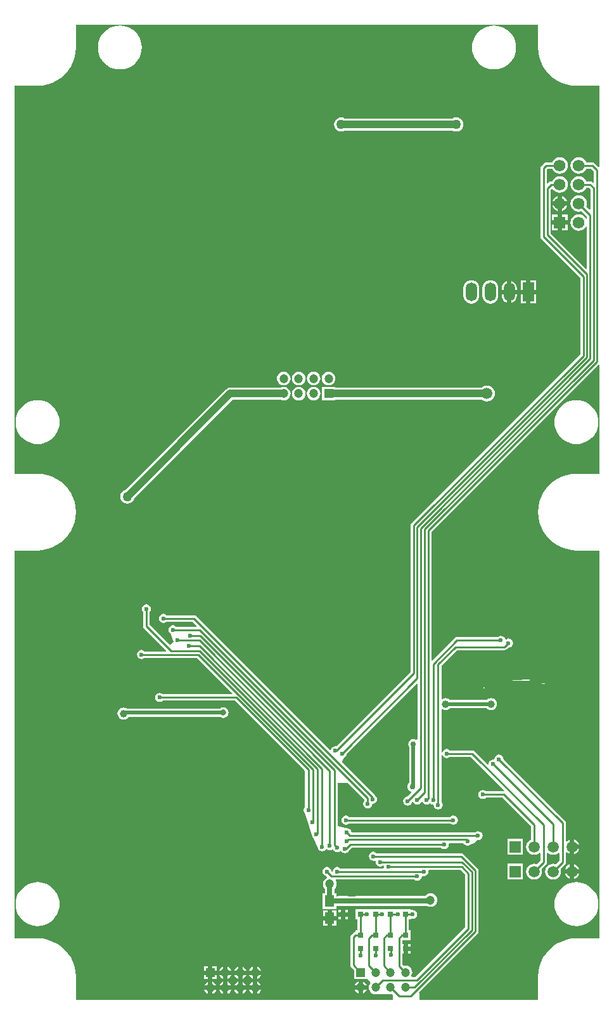
<source format=gbl>
G04 Layer_Physical_Order=2*
G04 Layer_Color=16711680*
%FSLAX25Y25*%
%MOIN*%
G70*
G01*
G75*
%ADD18R,0.03000X0.03000*%
%ADD22C,0.03937*%
%ADD31R,0.05000X0.06000*%
%ADD33C,0.01000*%
%ADD34C,0.03937*%
%ADD37C,0.02000*%
%ADD38C,0.02500*%
%ADD42R,0.05906X0.05906*%
%ADD43C,0.05906*%
%ADD44C,0.06200*%
%ADD45R,0.06200X0.06200*%
%ADD46C,0.04724*%
%ADD47R,0.04724X0.04724*%
%ADD48O,0.05906X0.09843*%
%ADD49R,0.05906X0.09843*%
%ADD50C,0.02362*%
%ADD51C,0.03150*%
%ADD52C,0.05000*%
%ADD53C,0.03000*%
%ADD54C,0.05906*%
G36*
X277105Y501968D02*
X277095D01*
X277267Y499338D01*
X277781Y496753D01*
X278628Y494258D01*
X279794Y491894D01*
X281259Y489702D01*
X282996Y487721D01*
X284978Y485983D01*
X287169Y484519D01*
X289533Y483353D01*
X292029Y482506D01*
X294614Y481991D01*
X297244Y481819D01*
Y481829D01*
X309310D01*
Y439396D01*
X308810Y439189D01*
X306787Y441212D01*
X306231Y441584D01*
X305575Y441714D01*
X302424D01*
X302239Y442159D01*
X301553Y443053D01*
X300659Y443740D01*
X299618Y444171D01*
X298500Y444318D01*
X297382Y444171D01*
X296341Y443740D01*
X295447Y443053D01*
X294760Y442159D01*
X294329Y441118D01*
X294182Y440000D01*
X294329Y438882D01*
X294760Y437841D01*
X295447Y436947D01*
X296341Y436261D01*
X297382Y435829D01*
X298500Y435682D01*
X299618Y435829D01*
X300659Y436261D01*
X301553Y436947D01*
X302239Y437841D01*
X302424Y438286D01*
X304865D01*
X306361Y436790D01*
Y431216D01*
X305899Y431025D01*
X305712Y431212D01*
X305156Y431584D01*
X304500Y431714D01*
X302424D01*
X302239Y432159D01*
X301553Y433053D01*
X300659Y433740D01*
X299618Y434171D01*
X298500Y434318D01*
X297382Y434171D01*
X296341Y433740D01*
X295447Y433053D01*
X294760Y432159D01*
X294329Y431118D01*
X294182Y430000D01*
X294329Y428882D01*
X294760Y427841D01*
X295447Y426947D01*
X296341Y426261D01*
X297382Y425829D01*
X298500Y425682D01*
X299618Y425829D01*
X300659Y426261D01*
X301553Y426947D01*
X302239Y427841D01*
X302424Y428286D01*
X303790D01*
X304573Y427503D01*
Y417004D01*
X304111Y416813D01*
X302487Y418437D01*
X302671Y418882D01*
X302818Y420000D01*
X302671Y421118D01*
X302239Y422159D01*
X301553Y423053D01*
X300659Y423739D01*
X299618Y424171D01*
X298500Y424318D01*
X297382Y424171D01*
X296341Y423739D01*
X295447Y423053D01*
X294760Y422159D01*
X294329Y421118D01*
X294182Y420000D01*
X294329Y418882D01*
X294760Y417841D01*
X295447Y416947D01*
X296341Y416260D01*
X297382Y415829D01*
X298500Y415682D01*
X299618Y415829D01*
X300063Y416013D01*
X302786Y413290D01*
Y412146D01*
X302286Y412047D01*
X302239Y412159D01*
X301553Y413053D01*
X300659Y413739D01*
X299618Y414171D01*
X298500Y414318D01*
X297382Y414171D01*
X296341Y413739D01*
X295447Y413053D01*
X294760Y412159D01*
X294329Y411118D01*
X294182Y410000D01*
X294329Y408882D01*
X294760Y407841D01*
X295447Y406947D01*
X296341Y406260D01*
X297382Y405829D01*
X298500Y405682D01*
X299618Y405829D01*
X300659Y406260D01*
X301553Y406947D01*
X302239Y407841D01*
X302286Y407953D01*
X302786Y407854D01*
Y385791D01*
X302324Y385600D01*
X283714Y404210D01*
Y427290D01*
X284279Y427855D01*
X284852Y427721D01*
X285447Y426947D01*
X286341Y426261D01*
X287382Y425829D01*
X288500Y425682D01*
X289618Y425829D01*
X290659Y426261D01*
X291553Y426947D01*
X292239Y427841D01*
X292671Y428882D01*
X292818Y430000D01*
X292671Y431118D01*
X292239Y432159D01*
X291553Y433053D01*
X290659Y433740D01*
X289618Y434171D01*
X288500Y434318D01*
X287382Y434171D01*
X286341Y433740D01*
X285447Y433053D01*
X284760Y432159D01*
X284576Y431714D01*
X284000D01*
X283344Y431584D01*
X282788Y431212D01*
X282176Y430600D01*
X281714Y430791D01*
Y437790D01*
X282210Y438286D01*
X284576D01*
X284760Y437841D01*
X285447Y436947D01*
X286341Y436261D01*
X287382Y435829D01*
X288500Y435682D01*
X289618Y435829D01*
X290659Y436261D01*
X291553Y436947D01*
X292239Y437841D01*
X292671Y438882D01*
X292818Y440000D01*
X292671Y441118D01*
X292239Y442159D01*
X291553Y443053D01*
X290659Y443740D01*
X289618Y444171D01*
X288500Y444318D01*
X287382Y444171D01*
X286341Y443740D01*
X285447Y443053D01*
X284760Y442159D01*
X284576Y441714D01*
X281500D01*
X280844Y441584D01*
X280288Y441212D01*
X278788Y439712D01*
X278416Y439156D01*
X278286Y438500D01*
Y402500D01*
X278416Y401844D01*
X278788Y401288D01*
X299211Y380865D01*
Y340663D01*
X210501Y251952D01*
X210129Y251396D01*
X209999Y250740D01*
Y173923D01*
X170904Y134828D01*
X170500Y134908D01*
X169578Y134725D01*
X168797Y134203D01*
X168275Y133422D01*
X168181Y132950D01*
X167639Y132785D01*
X97212Y203212D01*
X96656Y203584D01*
X96000Y203714D01*
X81687D01*
X80922Y204225D01*
X80000Y204409D01*
X79078Y204225D01*
X78297Y203703D01*
X77775Y202922D01*
X77592Y202000D01*
X77775Y201078D01*
X78297Y200297D01*
X79078Y199775D01*
X80000Y199592D01*
X80922Y199775D01*
X81687Y200286D01*
X95290D01*
X97400Y198176D01*
X97209Y197714D01*
X86687D01*
X85922Y198225D01*
X85000Y198408D01*
X84078Y198225D01*
X83297Y197703D01*
X82775Y196922D01*
X82591Y196000D01*
X82775Y195078D01*
X83297Y194297D01*
X83554Y194125D01*
X85121Y190647D01*
X85092Y190500D01*
X85200Y189952D01*
X83792Y188161D01*
X83292Y188132D01*
X72714Y198710D01*
Y205313D01*
X73225Y206078D01*
X73409Y207000D01*
X73225Y207922D01*
X72703Y208703D01*
X71922Y209225D01*
X71000Y209408D01*
X70078Y209225D01*
X69297Y208703D01*
X68775Y207922D01*
X68591Y207000D01*
X68775Y206078D01*
X69286Y205313D01*
Y198000D01*
X69416Y197344D01*
X69788Y196788D01*
X81400Y185176D01*
X81209Y184714D01*
X70187D01*
X69422Y185225D01*
X68500Y185408D01*
X67578Y185225D01*
X66797Y184703D01*
X66275Y183922D01*
X66092Y183000D01*
X66275Y182078D01*
X66797Y181297D01*
X67578Y180775D01*
X68500Y180591D01*
X69422Y180775D01*
X70187Y181286D01*
X97707D01*
X116317Y162676D01*
X116125Y162214D01*
X79687D01*
X78922Y162725D01*
X78000Y162908D01*
X77078Y162725D01*
X76297Y162203D01*
X75775Y161422D01*
X75591Y160500D01*
X75775Y159578D01*
X76297Y158797D01*
X77078Y158275D01*
X78000Y158091D01*
X78922Y158275D01*
X79687Y158786D01*
X117679D01*
X154499Y121966D01*
Y102974D01*
X153987Y102209D01*
X153804Y101287D01*
X153987Y100366D01*
X154219Y100019D01*
X156677Y92645D01*
X158140Y88256D01*
X158275Y87578D01*
X158457Y87306D01*
X158606Y86857D01*
X161250Y81203D01*
X161275Y81078D01*
X161797Y80297D01*
X162578Y79775D01*
X163500Y79592D01*
X164422Y79775D01*
X165203Y80297D01*
X165537Y80797D01*
X165797D01*
X166578Y80275D01*
X167500Y80092D01*
X168422Y80275D01*
X168778Y80513D01*
X169275Y80578D01*
X169408Y80379D01*
X169797Y79797D01*
X170578Y79275D01*
X171500Y79092D01*
X172422Y79275D01*
X173203Y79797D01*
X173463D01*
X173797Y79297D01*
X174578Y78775D01*
X175500Y78592D01*
X176422Y78775D01*
X177203Y79297D01*
X177725Y80078D01*
X177783Y80368D01*
X178986Y81571D01*
X225965D01*
X226730Y81060D01*
X227652Y80877D01*
X228574Y81060D01*
X229355Y81582D01*
X229877Y82364D01*
X230061Y83285D01*
X229987Y83653D01*
X230305Y84040D01*
X237801D01*
X238297Y83297D01*
X239078Y82775D01*
X240000Y82591D01*
X240922Y82775D01*
X241703Y83297D01*
X241757Y83377D01*
X243202Y84069D01*
X245480Y85416D01*
X245517Y85409D01*
X246439Y85592D01*
X247220Y86114D01*
X247742Y86896D01*
X247926Y87817D01*
X247742Y88739D01*
X247220Y89520D01*
X246439Y90043D01*
X245517Y90226D01*
X244596Y90043D01*
X243831Y89531D01*
X178902D01*
X178725Y90422D01*
X178203Y91203D01*
X177422Y91725D01*
X176500Y91909D01*
X175927Y91795D01*
X175800Y91922D01*
X171794Y92917D01*
Y115428D01*
X177058D01*
X185786Y106700D01*
Y106187D01*
X185275Y105422D01*
X185091Y104500D01*
X185275Y103578D01*
X185797Y102797D01*
X186578Y102275D01*
X187500Y102092D01*
X188422Y102275D01*
X189203Y102797D01*
X189725Y103578D01*
X189909Y104500D01*
X190000Y104592D01*
X190922Y104775D01*
X191703Y105297D01*
X192225Y106078D01*
X192409Y107000D01*
X192225Y107922D01*
X191703Y108703D01*
X191430Y108885D01*
X191212Y109212D01*
X173846Y126578D01*
X173993Y127012D01*
X174971Y128808D01*
X175703Y129297D01*
X176225Y130078D01*
X176405Y130981D01*
X213111Y167687D01*
X213573Y167496D01*
Y138419D01*
X213073Y138172D01*
X212852Y138342D01*
X212200Y138612D01*
X211500Y138704D01*
X210800Y138612D01*
X210148Y138342D01*
X209588Y137912D01*
X209158Y137352D01*
X208888Y136700D01*
X208796Y136000D01*
X208888Y135300D01*
X209158Y134648D01*
X209276Y134494D01*
Y115557D01*
X209088Y115412D01*
X208658Y114852D01*
X208388Y114200D01*
X208296Y113500D01*
X208388Y112800D01*
X208658Y112148D01*
X209088Y111588D01*
X209648Y111158D01*
X210300Y110888D01*
X210326Y110884D01*
X210487Y110411D01*
X208481Y108405D01*
X207578Y108225D01*
X206797Y107703D01*
X206275Y106922D01*
X206091Y106000D01*
X206275Y105078D01*
X206797Y104297D01*
X207578Y103775D01*
X208500Y103592D01*
X209422Y103775D01*
X210203Y104297D01*
X210725Y105078D01*
X210800Y105457D01*
X211042Y105519D01*
X211321Y105510D01*
X211797Y104797D01*
X212578Y104275D01*
X213500Y104092D01*
X214422Y104275D01*
X215203Y104797D01*
X215725Y105578D01*
X215745Y105679D01*
X216255D01*
X216275Y105578D01*
X216797Y104797D01*
X217578Y104275D01*
X218500Y104092D01*
X219422Y104275D01*
X219852Y104562D01*
X220250Y104772D01*
X220648Y104562D01*
X221078Y104275D01*
X222000Y104092D01*
X222092Y104000D01*
X222275Y103078D01*
X222797Y102297D01*
X223578Y101775D01*
X224500Y101592D01*
X225422Y101775D01*
X226203Y102297D01*
X226725Y103078D01*
X226908Y104000D01*
X226725Y104922D01*
X226214Y105687D01*
Y130335D01*
X226714Y130384D01*
X226775Y130078D01*
X227297Y129297D01*
X228078Y128775D01*
X229000Y128592D01*
X229922Y128775D01*
X230687Y129286D01*
X241790D01*
X259440Y111636D01*
X259193Y111176D01*
X259000Y111214D01*
X249687D01*
X248922Y111725D01*
X248000Y111908D01*
X247078Y111725D01*
X246297Y111203D01*
X245775Y110422D01*
X245591Y109500D01*
X245775Y108578D01*
X246297Y107797D01*
X247078Y107275D01*
X248000Y107091D01*
X248922Y107275D01*
X249687Y107786D01*
X258290D01*
X273286Y92790D01*
Y85764D01*
X272915Y85611D01*
X272052Y84948D01*
X271389Y84085D01*
X270973Y83079D01*
X270830Y82000D01*
X270973Y80921D01*
X271389Y79915D01*
X272052Y79052D01*
X272915Y78389D01*
X273921Y77973D01*
X275000Y77830D01*
X276079Y77973D01*
X277085Y78389D01*
X277786Y78927D01*
X278286Y78713D01*
Y74710D01*
X276450Y72874D01*
X276079Y73027D01*
X275000Y73169D01*
X273921Y73027D01*
X272915Y72611D01*
X272052Y71948D01*
X271389Y71085D01*
X270973Y70079D01*
X270830Y69000D01*
X270973Y67921D01*
X271389Y66915D01*
X272052Y66052D01*
X272915Y65389D01*
X273921Y64973D01*
X275000Y64830D01*
X276079Y64973D01*
X277085Y65389D01*
X277948Y66052D01*
X278611Y66915D01*
X279027Y67921D01*
X279170Y69000D01*
X279027Y70079D01*
X278874Y70450D01*
X281212Y72788D01*
X281584Y73344D01*
X281714Y74000D01*
Y78713D01*
X282214Y78927D01*
X282915Y78389D01*
X283921Y77973D01*
X285000Y77830D01*
X286079Y77973D01*
X287085Y78389D01*
X287786Y78927D01*
X288286Y78713D01*
Y74710D01*
X286450Y72874D01*
X286079Y73027D01*
X285000Y73169D01*
X283921Y73027D01*
X282915Y72611D01*
X282052Y71948D01*
X281389Y71085D01*
X280973Y70079D01*
X280831Y69000D01*
X280973Y67921D01*
X281389Y66915D01*
X282052Y66052D01*
X282915Y65389D01*
X283921Y64973D01*
X285000Y64830D01*
X286079Y64973D01*
X287085Y65389D01*
X287948Y66052D01*
X288611Y66915D01*
X289027Y67921D01*
X289170Y69000D01*
X289027Y70079D01*
X288874Y70450D01*
X291212Y72788D01*
X291584Y73344D01*
X291714Y74000D01*
Y79022D01*
X291984Y79114D01*
X292214Y79155D01*
X293007Y78547D01*
X293819Y78211D01*
Y82000D01*
Y85789D01*
X293007Y85453D01*
X292214Y84845D01*
X291984Y84886D01*
X291714Y84978D01*
Y94500D01*
X291584Y95156D01*
X291212Y95712D01*
X258905Y128019D01*
X258725Y128922D01*
X258203Y129703D01*
X257422Y130225D01*
X256500Y130409D01*
X255578Y130225D01*
X254797Y129703D01*
X254275Y128922D01*
X254092Y128000D01*
X253917Y127825D01*
X253500Y127909D01*
X252578Y127725D01*
X251797Y127203D01*
X251275Y126422D01*
X251098Y125533D01*
X250841Y125366D01*
X250657Y125268D01*
X243712Y132212D01*
X243156Y132584D01*
X242500Y132714D01*
X230687D01*
X229922Y133225D01*
X229000Y133408D01*
X228078Y133225D01*
X227297Y132703D01*
X226775Y131922D01*
X226714Y131616D01*
X226214Y131665D01*
Y154154D01*
X226714Y154400D01*
X226912Y154249D01*
X227678Y153931D01*
X228500Y153823D01*
X229322Y153931D01*
X230088Y154249D01*
X230746Y154754D01*
X230764Y154776D01*
X250063D01*
X250080Y154754D01*
X250738Y154249D01*
X251505Y153931D01*
X252327Y153823D01*
X253149Y153931D01*
X253915Y154249D01*
X254573Y154754D01*
X255078Y155412D01*
X255395Y156178D01*
X255504Y157000D01*
X255395Y157822D01*
X255078Y158588D01*
X254573Y159246D01*
X253915Y159751D01*
X253149Y160069D01*
X252327Y160177D01*
X251505Y160069D01*
X250738Y159751D01*
X250080Y159246D01*
X250063Y159224D01*
X230764D01*
X230746Y159246D01*
X230088Y159751D01*
X229322Y160069D01*
X228500Y160177D01*
X227678Y160069D01*
X226912Y159751D01*
X226714Y159600D01*
X226214Y159846D01*
Y177262D01*
X234238Y185286D01*
X259500D01*
X260156Y185416D01*
X260712Y185788D01*
X261519Y186595D01*
X262422Y186775D01*
X263203Y187297D01*
X263725Y188078D01*
X263909Y189000D01*
X263725Y189922D01*
X263203Y190703D01*
X262422Y191225D01*
X261500Y191409D01*
X260578Y191225D01*
X260234Y190995D01*
X259772Y191186D01*
X259725Y191422D01*
X259203Y192203D01*
X258422Y192725D01*
X257500Y192909D01*
X256578Y192725D01*
X255813Y192214D01*
X234500D01*
X233844Y192084D01*
X233288Y191712D01*
X221463Y179887D01*
X221001Y180079D01*
Y247494D01*
X308810Y335302D01*
X309310Y335095D01*
Y278013D01*
X297244D01*
Y278024D01*
X294614Y277851D01*
X292029Y277337D01*
X289533Y276490D01*
X287169Y275324D01*
X284978Y273860D01*
X282996Y272122D01*
X281259Y270140D01*
X279794Y267949D01*
X278628Y265585D01*
X277781Y263089D01*
X277267Y260504D01*
X277095Y257874D01*
X277267Y255244D01*
X277781Y252659D01*
X278628Y250163D01*
X279794Y247799D01*
X281259Y245608D01*
X282996Y243626D01*
X284978Y241888D01*
X287169Y240424D01*
X289533Y239258D01*
X292029Y238411D01*
X294614Y237897D01*
X297244Y237725D01*
Y237735D01*
X309310D01*
Y33919D01*
X297244D01*
Y33929D01*
X294614Y33757D01*
X292029Y33242D01*
X289533Y32395D01*
X287169Y31229D01*
X284978Y29765D01*
X282996Y28027D01*
X281259Y26046D01*
X279794Y23854D01*
X278628Y21490D01*
X277781Y18995D01*
X277267Y16410D01*
X277095Y13780D01*
X277105D01*
Y1714D01*
X214529D01*
Y5289D01*
X214385Y5433D01*
X245287Y36335D01*
X245658Y36891D01*
X245789Y37547D01*
Y69481D01*
X245658Y70137D01*
X245287Y70693D01*
X237768Y78212D01*
X237211Y78584D01*
X236556Y78714D01*
X192187D01*
X191422Y79225D01*
X190500Y79409D01*
X189578Y79225D01*
X188797Y78703D01*
X188275Y77922D01*
X188092Y77000D01*
X188275Y76078D01*
X188797Y75297D01*
X189578Y74775D01*
X190500Y74591D01*
X191228Y74736D01*
X191623Y74420D01*
X191661Y74352D01*
X191592Y74000D01*
X191775Y73078D01*
X192297Y72297D01*
X193078Y71775D01*
X194000Y71592D01*
X194922Y71775D01*
X195640Y72255D01*
X195847D01*
X196165Y71868D01*
X196091Y71500D01*
X196171Y71100D01*
X195854Y70714D01*
X173187D01*
X172422Y71225D01*
X171500Y71408D01*
X170578Y71225D01*
X169797Y70703D01*
X169275Y69922D01*
X169148Y69281D01*
X168625Y69042D01*
X168368Y69204D01*
X168225Y69922D01*
X167703Y70703D01*
X166922Y71225D01*
X166000Y71408D01*
X165078Y71225D01*
X164297Y70703D01*
X163775Y69922D01*
X163592Y69000D01*
X163775Y68078D01*
X164297Y67297D01*
X165078Y66775D01*
X165853Y66621D01*
X166150Y66221D01*
X166027Y65725D01*
X165713Y65595D01*
X164973Y65027D01*
X164405Y64287D01*
X164048Y63425D01*
X163926Y62500D01*
X164048Y61575D01*
X164405Y60713D01*
X164973Y59973D01*
X165021Y59936D01*
Y57681D01*
X163819D01*
Y49319D01*
X171181D01*
Y50776D01*
X176681Y50819D01*
X177181D01*
Y50823D01*
X195562Y50964D01*
X218636D01*
X218713Y50905D01*
X219575Y50548D01*
X220500Y50426D01*
X221425Y50548D01*
X222287Y50905D01*
X223027Y51473D01*
X223595Y52213D01*
X223952Y53075D01*
X224074Y54000D01*
X223952Y54925D01*
X223595Y55787D01*
X223027Y56527D01*
X222287Y57095D01*
X221425Y57452D01*
X220500Y57574D01*
X219575Y57452D01*
X218713Y57095D01*
X217973Y56527D01*
X217700Y56171D01*
X210087D01*
Y56373D01*
X204725D01*
Y56171D01*
X202143D01*
Y56373D01*
X196781D01*
Y56171D01*
X194335D01*
Y56373D01*
X188973D01*
Y56171D01*
X186377D01*
Y56373D01*
X181015D01*
Y55979D01*
X177181D01*
Y56181D01*
X171819D01*
Y55979D01*
X171181D01*
Y57681D01*
X169979D01*
Y59936D01*
X170027Y59973D01*
X170595Y60713D01*
X170952Y61575D01*
X171074Y62500D01*
X170952Y63425D01*
X170595Y64287D01*
X170556Y64337D01*
X170777Y64786D01*
X211813D01*
X212578Y64275D01*
X213500Y64091D01*
X214422Y64275D01*
X215203Y64797D01*
X215725Y65578D01*
X215877Y66344D01*
X215962Y66525D01*
X216375Y66716D01*
X217000Y66592D01*
X217922Y66775D01*
X218703Y67297D01*
X219225Y68078D01*
X219408Y69000D01*
X219323Y69431D01*
X219640Y69818D01*
X236259D01*
X238786Y67290D01*
Y39738D01*
X212762Y13714D01*
X210651D01*
X210430Y14163D01*
X210469Y14213D01*
X210826Y15075D01*
X210948Y16000D01*
X210826Y16925D01*
X210469Y17787D01*
X209901Y18527D01*
X209161Y19095D01*
X208299Y19452D01*
X207374Y19574D01*
X206449Y19452D01*
X206376Y19422D01*
X205714Y20084D01*
Y25925D01*
X206197D01*
Y28425D01*
Y30925D01*
X205714D01*
Y32830D01*
X210059D01*
Y38193D01*
X209092D01*
Y43925D01*
X210087D01*
Y43925D01*
X210429Y44205D01*
X211000Y44091D01*
X211922Y44275D01*
X212703Y44797D01*
X213225Y45578D01*
X213408Y46500D01*
X213225Y47422D01*
X212703Y48203D01*
X211922Y48725D01*
X211000Y48908D01*
X210474Y48804D01*
X210087Y49121D01*
Y49287D01*
X204725D01*
Y49246D01*
X202143D01*
Y49287D01*
X196781D01*
Y49246D01*
X194335D01*
Y49287D01*
X188973D01*
Y49246D01*
X186377D01*
Y49287D01*
X181015D01*
Y43925D01*
X181982D01*
Y38193D01*
X181068D01*
Y37225D01*
X181011D01*
X180356Y37095D01*
X179799Y36724D01*
X178788Y35712D01*
X178416Y35156D01*
X178286Y34500D01*
Y19752D01*
X178416Y19096D01*
X178788Y18540D01*
X180209Y17119D01*
Y12457D01*
X186832D01*
X187295Y12457D01*
X187653Y12114D01*
X188761Y11007D01*
X189087Y10680D01*
X188989Y10509D01*
X188531Y9913D01*
X188174Y9051D01*
X188052Y8126D01*
X188174Y7201D01*
X188531Y6339D01*
X189099Y5599D01*
X189839Y5031D01*
X190701Y4674D01*
X191626Y4552D01*
X192551Y4674D01*
X192610Y4698D01*
X192712Y4692D01*
X192833Y4708D01*
X198724Y4654D01*
X199500Y4552D01*
X200177Y4641D01*
X200608Y4294D01*
X200643Y4223D01*
Y1714D01*
X33919D01*
Y13780D01*
X33929D01*
X33757Y16410D01*
X33242Y18995D01*
X32395Y21490D01*
X31229Y23854D01*
X29765Y26046D01*
X28027Y28027D01*
X26046Y29765D01*
X23854Y31229D01*
X21490Y32395D01*
X18995Y33242D01*
X16410Y33757D01*
X13780Y33929D01*
Y33919D01*
X1714D01*
Y237735D01*
X13780D01*
Y237725D01*
X16410Y237897D01*
X18995Y238411D01*
X21490Y239258D01*
X23854Y240424D01*
X26046Y241888D01*
X28027Y243626D01*
X29765Y245608D01*
X31229Y247799D01*
X32395Y250163D01*
X33242Y252659D01*
X33757Y255244D01*
X33929Y257874D01*
X33757Y260504D01*
X33242Y263089D01*
X32395Y265585D01*
X31229Y267949D01*
X29765Y270140D01*
X28027Y272122D01*
X26046Y273860D01*
X23854Y275324D01*
X21490Y276490D01*
X18995Y277337D01*
X16410Y277851D01*
X13780Y278024D01*
Y278013D01*
X1714D01*
Y481829D01*
X13780D01*
Y481819D01*
X16410Y481991D01*
X18995Y482506D01*
X21490Y483353D01*
X23854Y484519D01*
X26046Y485983D01*
X28027Y487721D01*
X29765Y489702D01*
X31229Y491894D01*
X32395Y494258D01*
X33242Y496753D01*
X33757Y499338D01*
X33929Y501968D01*
X33919D01*
Y514034D01*
X277105D01*
Y501968D01*
D02*
G37*
%LPC*%
G36*
X111319Y19024D02*
X110804Y18811D01*
X110102Y18272D01*
X109563Y17570D01*
X109350Y17055D01*
X111319D01*
Y19024D01*
D02*
G37*
G36*
X107988Y19236D02*
X105807D01*
Y17055D01*
X107988D01*
Y19236D01*
D02*
G37*
G36*
X113681Y19024D02*
Y17055D01*
X115650D01*
X115437Y17570D01*
X114898Y18272D01*
X114196Y18811D01*
X113681Y19024D01*
D02*
G37*
G36*
X119193D02*
X118678Y18811D01*
X117976Y18272D01*
X117437Y17570D01*
X117224Y17055D01*
X119193D01*
Y19024D01*
D02*
G37*
G36*
X121555D02*
Y17055D01*
X123524D01*
X123311Y17570D01*
X122772Y18272D01*
X122070Y18811D01*
X121555Y19024D01*
D02*
G37*
G36*
X103445Y19236D02*
X101264D01*
Y17055D01*
X103445D01*
Y19236D01*
D02*
G37*
G36*
X127067Y14693D02*
X125098D01*
X125311Y14178D01*
X125850Y13476D01*
X126552Y12937D01*
X127067Y12724D01*
Y14693D01*
D02*
G37*
G36*
X123524D02*
X121555D01*
Y12724D01*
X122070Y12937D01*
X122772Y13476D01*
X123311Y14178D01*
X123524Y14693D01*
D02*
G37*
G36*
X131398D02*
X129429D01*
Y12724D01*
X129944Y12937D01*
X130646Y13476D01*
X131185Y14178D01*
X131398Y14693D01*
D02*
G37*
G36*
X115650D02*
X113681D01*
Y12724D01*
X114196Y12937D01*
X114898Y13476D01*
X115437Y14178D01*
X115650Y14693D01*
D02*
G37*
G36*
X111319D02*
X109350D01*
X109563Y14178D01*
X110102Y13476D01*
X110804Y12937D01*
X111319Y12724D01*
Y14693D01*
D02*
G37*
G36*
X127067Y19024D02*
X126552Y18811D01*
X125850Y18272D01*
X125311Y17570D01*
X125098Y17055D01*
X127067D01*
Y19024D01*
D02*
G37*
G36*
X173319Y45232D02*
X172000D01*
Y43913D01*
X173319D01*
Y45232D01*
D02*
G37*
G36*
X171000Y43319D02*
X168681D01*
Y40500D01*
X171000D01*
Y43319D01*
D02*
G37*
G36*
X177000Y45232D02*
X175681D01*
Y43913D01*
X177000D01*
Y45232D01*
D02*
G37*
G36*
X171000Y48500D02*
X168681D01*
Y45681D01*
X171000D01*
Y48500D01*
D02*
G37*
G36*
X166319D02*
X164000D01*
Y45681D01*
X166319D01*
Y48500D01*
D02*
G37*
G36*
Y43319D02*
X164000D01*
Y40500D01*
X166319D01*
Y43319D01*
D02*
G37*
G36*
X209878Y27244D02*
X208559D01*
Y25925D01*
X209878D01*
Y27244D01*
D02*
G37*
G36*
X129429Y19024D02*
Y17055D01*
X131398D01*
X131185Y17570D01*
X130646Y18272D01*
X129944Y18811D01*
X129429Y19024D01*
D02*
G37*
G36*
X209878Y30925D02*
X208559D01*
Y29606D01*
X209878D01*
Y30925D01*
D02*
G37*
G36*
X297244Y63449D02*
X295436Y63307D01*
X293672Y62883D01*
X291996Y62189D01*
X290450Y61241D01*
X289071Y60063D01*
X287893Y58684D01*
X286945Y57138D01*
X286251Y55462D01*
X285827Y53698D01*
X285685Y51890D01*
X285827Y50081D01*
X286251Y48318D01*
X286945Y46642D01*
X287893Y45095D01*
X289071Y43716D01*
X290450Y42538D01*
X291996Y41590D01*
X293672Y40896D01*
X295436Y40473D01*
X297244Y40330D01*
X299052Y40473D01*
X300816Y40896D01*
X302492Y41590D01*
X304039Y42538D01*
X305418Y43716D01*
X306596Y45095D01*
X307543Y46642D01*
X308238Y48318D01*
X308661Y50081D01*
X308803Y51890D01*
X308661Y53698D01*
X308238Y55462D01*
X307543Y57138D01*
X306596Y58684D01*
X305418Y60063D01*
X304039Y61241D01*
X302492Y62189D01*
X300816Y62883D01*
X299052Y63307D01*
X297244Y63449D01*
D02*
G37*
G36*
X13780D02*
X11971Y63307D01*
X10208Y62883D01*
X8532Y62189D01*
X6985Y61241D01*
X5606Y60063D01*
X4428Y58684D01*
X3480Y57138D01*
X2786Y55462D01*
X2363Y53698D01*
X2220Y51890D01*
X2363Y50081D01*
X2786Y48318D01*
X3480Y46642D01*
X4428Y45095D01*
X5606Y43716D01*
X6985Y42538D01*
X8532Y41590D01*
X10208Y40896D01*
X11971Y40473D01*
X13780Y40330D01*
X15588Y40473D01*
X17352Y40896D01*
X19027Y41590D01*
X20574Y42538D01*
X21953Y43716D01*
X23131Y45095D01*
X24079Y46642D01*
X24773Y48318D01*
X25196Y50081D01*
X25339Y51890D01*
X25196Y53698D01*
X24773Y55462D01*
X24079Y57138D01*
X23131Y58684D01*
X21953Y60063D01*
X20574Y61241D01*
X19027Y62189D01*
X17352Y62883D01*
X15588Y63307D01*
X13780Y63449D01*
D02*
G37*
G36*
X115650Y6819D02*
X113681D01*
Y4850D01*
X114196Y5063D01*
X114898Y5602D01*
X115437Y6304D01*
X115650Y6819D01*
D02*
G37*
G36*
X111319D02*
X109350D01*
X109563Y6304D01*
X110102Y5602D01*
X110804Y5063D01*
X111319Y4850D01*
Y6819D01*
D02*
G37*
G36*
X182571Y6945D02*
X180602D01*
X180815Y6430D01*
X181354Y5728D01*
X182056Y5189D01*
X182571Y4976D01*
Y6945D01*
D02*
G37*
G36*
X103445Y11150D02*
X102930Y10937D01*
X102228Y10398D01*
X101689Y9696D01*
X101476Y9181D01*
X103445D01*
Y11150D01*
D02*
G37*
G36*
X186902Y6945D02*
X184933D01*
Y4976D01*
X185448Y5189D01*
X186150Y5728D01*
X186689Y6430D01*
X186902Y6945D01*
D02*
G37*
G36*
X107776Y6819D02*
X105807D01*
Y4850D01*
X106322Y5063D01*
X107024Y5602D01*
X107563Y6304D01*
X107776Y6819D01*
D02*
G37*
G36*
X123524D02*
X121555D01*
Y4850D01*
X122070Y5063D01*
X122772Y5602D01*
X123311Y6304D01*
X123524Y6819D01*
D02*
G37*
G36*
X119193D02*
X117224D01*
X117437Y6304D01*
X117976Y5602D01*
X118678Y5063D01*
X119193Y4850D01*
Y6819D01*
D02*
G37*
G36*
X127067D02*
X125098D01*
X125311Y6304D01*
X125850Y5602D01*
X126552Y5063D01*
X127067Y4850D01*
Y6819D01*
D02*
G37*
G36*
X103445D02*
X101476D01*
X101689Y6304D01*
X102228Y5602D01*
X102930Y5063D01*
X103445Y4850D01*
Y6819D01*
D02*
G37*
G36*
X131398D02*
X129429D01*
Y4850D01*
X129944Y5063D01*
X130646Y5602D01*
X131185Y6304D01*
X131398Y6819D01*
D02*
G37*
G36*
X105807Y11150D02*
Y9181D01*
X107776D01*
X107563Y9696D01*
X107024Y10398D01*
X106322Y10937D01*
X105807Y11150D01*
D02*
G37*
G36*
X184933Y11276D02*
Y9307D01*
X186902D01*
X186689Y9822D01*
X186150Y10524D01*
X185448Y11063D01*
X184933Y11276D01*
D02*
G37*
G36*
X182571D02*
X182056Y11063D01*
X181354Y10524D01*
X180815Y9822D01*
X180602Y9307D01*
X182571D01*
Y11276D01*
D02*
G37*
G36*
X103445Y14693D02*
X101264D01*
Y12512D01*
X103445D01*
Y14693D01*
D02*
G37*
G36*
X119193D02*
X117224D01*
X117437Y14178D01*
X117976Y13476D01*
X118678Y12937D01*
X119193Y12724D01*
Y14693D01*
D02*
G37*
G36*
X107988D02*
X105807D01*
Y12512D01*
X107988D01*
Y14693D01*
D02*
G37*
G36*
X129429Y11150D02*
Y9181D01*
X131398D01*
X131185Y9696D01*
X130646Y10398D01*
X129944Y10937D01*
X129429Y11150D01*
D02*
G37*
G36*
X113681D02*
Y9181D01*
X115650D01*
X115437Y9696D01*
X114898Y10398D01*
X114196Y10937D01*
X113681Y11150D01*
D02*
G37*
G36*
X111319D02*
X110804Y10937D01*
X110102Y10398D01*
X109563Y9696D01*
X109350Y9181D01*
X111319D01*
Y11150D01*
D02*
G37*
G36*
X119193D02*
X118678Y10937D01*
X117976Y10398D01*
X117437Y9696D01*
X117224Y9181D01*
X119193D01*
Y11150D01*
D02*
G37*
G36*
X127067D02*
X126552Y10937D01*
X125850Y10398D01*
X125311Y9696D01*
X125098Y9181D01*
X127067D01*
Y11150D01*
D02*
G37*
G36*
X121555D02*
Y9181D01*
X123524D01*
X123311Y9696D01*
X122772Y10398D01*
X122070Y10937D01*
X121555Y11150D01*
D02*
G37*
G36*
X265987Y372319D02*
X263181D01*
Y367742D01*
X263993Y368079D01*
X264819Y368712D01*
X265453Y369538D01*
X265851Y370500D01*
X265987Y371532D01*
Y372319D01*
D02*
G37*
G36*
X260819D02*
X258013D01*
Y371532D01*
X258149Y370500D01*
X258547Y369538D01*
X259181Y368712D01*
X260007Y368079D01*
X260819Y367742D01*
Y372319D01*
D02*
G37*
G36*
Y379258D02*
X260007Y378921D01*
X259181Y378288D01*
X258547Y377462D01*
X258149Y376500D01*
X258013Y375468D01*
Y374681D01*
X260819D01*
Y379258D01*
D02*
G37*
G36*
X263181D02*
Y374681D01*
X265987D01*
Y375468D01*
X265851Y376500D01*
X265453Y377462D01*
X264819Y378288D01*
X263993Y378921D01*
X263181Y379258D01*
D02*
G37*
G36*
X270819Y379421D02*
X268047D01*
Y374681D01*
X270819D01*
Y379421D01*
D02*
G37*
G36*
X275953Y372319D02*
X273181D01*
Y367579D01*
X275953D01*
Y372319D01*
D02*
G37*
G36*
X166907Y331598D02*
X165982Y331476D01*
X165120Y331119D01*
X164380Y330551D01*
X163812Y329811D01*
X163455Y328949D01*
X163333Y328024D01*
X163455Y327099D01*
X163812Y326237D01*
X164380Y325497D01*
X165120Y324929D01*
X165982Y324572D01*
X166907Y324450D01*
X167832Y324572D01*
X168694Y324929D01*
X169434Y325497D01*
X170002Y326237D01*
X170359Y327099D01*
X170481Y328024D01*
X170359Y328949D01*
X170002Y329811D01*
X169434Y330551D01*
X168694Y331119D01*
X167832Y331476D01*
X166907Y331598D01*
D02*
G37*
G36*
X159033D02*
X158108Y331476D01*
X157246Y331119D01*
X156506Y330551D01*
X155938Y329811D01*
X155581Y328949D01*
X155459Y328024D01*
X155581Y327099D01*
X155938Y326237D01*
X156506Y325497D01*
X157246Y324929D01*
X158108Y324572D01*
X159033Y324450D01*
X159958Y324572D01*
X160820Y324929D01*
X161560Y325497D01*
X162128Y326237D01*
X162485Y327099D01*
X162607Y328024D01*
X162485Y328949D01*
X162128Y329811D01*
X161560Y330551D01*
X160820Y331119D01*
X159958Y331476D01*
X159033Y331598D01*
D02*
G37*
G36*
X242000Y379638D02*
X240921Y379496D01*
X239915Y379079D01*
X239052Y378417D01*
X238389Y377553D01*
X237973Y376548D01*
X237830Y375468D01*
Y371532D01*
X237973Y370452D01*
X238389Y369447D01*
X239052Y368583D01*
X239915Y367921D01*
X240921Y367504D01*
X242000Y367362D01*
X243079Y367504D01*
X244085Y367921D01*
X244948Y368583D01*
X245611Y369447D01*
X246027Y370452D01*
X246169Y371532D01*
Y375468D01*
X246027Y376548D01*
X245611Y377553D01*
X244948Y378417D01*
X244085Y379079D01*
X243079Y379496D01*
X242000Y379638D01*
D02*
G37*
G36*
X270819Y372319D02*
X268047D01*
Y367579D01*
X270819D01*
Y372319D01*
D02*
G37*
G36*
X252000Y379638D02*
X250921Y379496D01*
X249915Y379079D01*
X249052Y378417D01*
X248389Y377553D01*
X247973Y376548D01*
X247831Y375468D01*
Y371532D01*
X247973Y370452D01*
X248389Y369447D01*
X249052Y368583D01*
X249915Y367921D01*
X250921Y367504D01*
X252000Y367362D01*
X253079Y367504D01*
X254085Y367921D01*
X254948Y368583D01*
X255611Y369447D01*
X256027Y370452D01*
X256170Y371532D01*
Y375468D01*
X256027Y376548D01*
X255611Y377553D01*
X254948Y378417D01*
X254085Y379079D01*
X253079Y379496D01*
X252000Y379638D01*
D02*
G37*
G36*
X275953Y379421D02*
X273181D01*
Y374681D01*
X275953D01*
Y379421D01*
D02*
G37*
G36*
X289681Y423949D02*
Y421181D01*
X292449D01*
X292081Y422068D01*
X291424Y422924D01*
X290568Y423581D01*
X289681Y423949D01*
D02*
G37*
G36*
X287319D02*
X286432Y423581D01*
X285576Y422924D01*
X284919Y422068D01*
X284551Y421181D01*
X287319D01*
Y423949D01*
D02*
G37*
G36*
X234000Y465213D02*
X233039Y465086D01*
X232144Y464715D01*
X232093Y464677D01*
X175407D01*
X175356Y464715D01*
X174461Y465086D01*
X173500Y465213D01*
X172539Y465086D01*
X171644Y464715D01*
X170875Y464125D01*
X170285Y463356D01*
X169914Y462461D01*
X169787Y461500D01*
X169914Y460539D01*
X170285Y459644D01*
X170875Y458875D01*
X171644Y458285D01*
X172539Y457914D01*
X173500Y457787D01*
X174461Y457914D01*
X175356Y458285D01*
X175407Y458323D01*
X232093D01*
X232144Y458285D01*
X233039Y457914D01*
X234000Y457787D01*
X234961Y457914D01*
X235856Y458285D01*
X236625Y458875D01*
X237215Y459644D01*
X237586Y460539D01*
X237713Y461500D01*
X237586Y462461D01*
X237215Y463356D01*
X236625Y464125D01*
X235856Y464715D01*
X234961Y465086D01*
X234000Y465213D01*
D02*
G37*
G36*
X253937Y513528D02*
X252129Y513385D01*
X250365Y512962D01*
X248689Y512268D01*
X247143Y511320D01*
X245763Y510142D01*
X244585Y508763D01*
X243638Y507216D01*
X242944Y505541D01*
X242520Y503777D01*
X242378Y501968D01*
X242520Y500160D01*
X242944Y498396D01*
X243638Y496721D01*
X244585Y495174D01*
X245763Y493795D01*
X247143Y492617D01*
X248689Y491669D01*
X250365Y490975D01*
X252129Y490552D01*
X253937Y490409D01*
X255745Y490552D01*
X257509Y490975D01*
X259185Y491669D01*
X260731Y492617D01*
X262111Y493795D01*
X263289Y495174D01*
X264236Y496721D01*
X264931Y498396D01*
X265354Y500160D01*
X265496Y501968D01*
X265354Y503777D01*
X264931Y505541D01*
X264236Y507216D01*
X263289Y508763D01*
X262111Y510142D01*
X260731Y511320D01*
X259185Y512268D01*
X257509Y512962D01*
X255745Y513385D01*
X253937Y513528D01*
D02*
G37*
G36*
X57087D02*
X55278Y513385D01*
X53515Y512962D01*
X51839Y512268D01*
X50292Y511320D01*
X48913Y510142D01*
X47735Y508763D01*
X46787Y507216D01*
X46093Y505541D01*
X45670Y503777D01*
X45527Y501968D01*
X45670Y500160D01*
X46093Y498396D01*
X46787Y496721D01*
X47735Y495174D01*
X48913Y493795D01*
X50292Y492617D01*
X51839Y491669D01*
X53515Y490975D01*
X55278Y490552D01*
X57087Y490409D01*
X58895Y490552D01*
X60659Y490975D01*
X62334Y491669D01*
X63881Y492617D01*
X65260Y493795D01*
X66438Y495174D01*
X67386Y496721D01*
X68080Y498396D01*
X68503Y500160D01*
X68646Y501968D01*
X68503Y503777D01*
X68080Y505541D01*
X67386Y507216D01*
X66438Y508763D01*
X65260Y510142D01*
X63881Y511320D01*
X62334Y512268D01*
X60659Y512962D01*
X58895Y513385D01*
X57087Y513528D01*
D02*
G37*
G36*
X292449Y418819D02*
X289681D01*
Y416051D01*
X290568Y416419D01*
X291424Y417076D01*
X292081Y417932D01*
X292449Y418819D01*
D02*
G37*
G36*
X292600Y408819D02*
X289681D01*
Y405900D01*
X292600D01*
Y408819D01*
D02*
G37*
G36*
X287319D02*
X284400D01*
Y405900D01*
X287319D01*
Y408819D01*
D02*
G37*
G36*
Y414100D02*
X284400D01*
Y411181D01*
X287319D01*
Y414100D01*
D02*
G37*
G36*
Y418819D02*
X284551D01*
X284919Y417932D01*
X285576Y417076D01*
X286432Y416419D01*
X287319Y416051D01*
Y418819D01*
D02*
G37*
G36*
X292600Y414100D02*
X289681D01*
Y411181D01*
X292600D01*
Y414100D01*
D02*
G37*
G36*
X269134Y86134D02*
X260866D01*
Y77866D01*
X269134D01*
Y86134D01*
D02*
G37*
G36*
X296181Y72789D02*
Y70181D01*
X298789D01*
X298453Y70993D01*
X297819Y71819D01*
X296993Y72453D01*
X296181Y72789D01*
D02*
G37*
G36*
X298789Y80819D02*
X296181D01*
Y78211D01*
X296993Y78547D01*
X297819Y79181D01*
X298453Y80007D01*
X298789Y80819D01*
D02*
G37*
G36*
X232500Y98409D02*
X231578Y98225D01*
X230813Y97714D01*
X177687D01*
X176922Y98225D01*
X176000Y98409D01*
X175078Y98225D01*
X174297Y97703D01*
X173775Y96922D01*
X173591Y96000D01*
X173775Y95078D01*
X174297Y94297D01*
X175078Y93775D01*
X176000Y93591D01*
X176922Y93775D01*
X177687Y94286D01*
X230813D01*
X231578Y93775D01*
X232500Y93591D01*
X233422Y93775D01*
X234203Y94297D01*
X234725Y95078D01*
X234909Y96000D01*
X234725Y96922D01*
X234203Y97703D01*
X233422Y98225D01*
X232500Y98409D01*
D02*
G37*
G36*
X296181Y85789D02*
Y83181D01*
X298789D01*
X298453Y83993D01*
X297819Y84819D01*
X296993Y85453D01*
X296181Y85789D01*
D02*
G37*
G36*
X293819Y72789D02*
X293007Y72453D01*
X292181Y71819D01*
X291547Y70993D01*
X291211Y70181D01*
X293819D01*
Y72789D01*
D02*
G37*
G36*
X177000Y48913D02*
X175681D01*
Y47594D01*
X177000D01*
Y48913D01*
D02*
G37*
G36*
X173319D02*
X172000D01*
Y47594D01*
X173319D01*
Y48913D01*
D02*
G37*
G36*
X269134Y73134D02*
X260866D01*
Y64866D01*
X269134D01*
Y73134D01*
D02*
G37*
G36*
X298789Y67819D02*
X296181D01*
Y65211D01*
X296993Y65547D01*
X297819Y66181D01*
X298453Y67007D01*
X298789Y67819D01*
D02*
G37*
G36*
X293819D02*
X291211D01*
X291547Y67007D01*
X292181Y66181D01*
X293007Y65547D01*
X293819Y65211D01*
Y67819D01*
D02*
G37*
G36*
X111500Y155280D02*
X110781Y155185D01*
X110110Y154907D01*
X109871Y154724D01*
X60624D01*
X60588Y154751D01*
X59822Y155069D01*
X59000Y155177D01*
X58178Y155069D01*
X57412Y154751D01*
X56754Y154246D01*
X56249Y153588D01*
X55932Y152822D01*
X55823Y152000D01*
X55932Y151178D01*
X56249Y150412D01*
X56754Y149754D01*
X57412Y149249D01*
X58178Y148932D01*
X59000Y148823D01*
X59822Y148932D01*
X60588Y149249D01*
X61246Y149754D01*
X61647Y150276D01*
X109871D01*
X110110Y150093D01*
X110781Y149815D01*
X111500Y149720D01*
X112219Y149815D01*
X112890Y150093D01*
X113465Y150534D01*
X113907Y151110D01*
X114185Y151781D01*
X114280Y152500D01*
X114185Y153219D01*
X113907Y153890D01*
X113465Y154465D01*
X112890Y154907D01*
X112219Y155185D01*
X111500Y155280D01*
D02*
G37*
G36*
X159033Y323724D02*
X158108Y323602D01*
X157246Y323245D01*
X156506Y322677D01*
X155938Y321937D01*
X155581Y321075D01*
X155459Y320150D01*
X155581Y319225D01*
X155938Y318363D01*
X156506Y317623D01*
X157246Y317055D01*
X158108Y316698D01*
X159033Y316576D01*
X159958Y316698D01*
X160820Y317055D01*
X161560Y317623D01*
X162128Y318363D01*
X162485Y319225D01*
X162607Y320150D01*
X162485Y321075D01*
X162128Y321937D01*
X161560Y322677D01*
X160820Y323245D01*
X159958Y323602D01*
X159033Y323724D01*
D02*
G37*
G36*
X151159D02*
X150234Y323602D01*
X149372Y323245D01*
X148632Y322677D01*
X148064Y321937D01*
X147707Y321075D01*
X147585Y320150D01*
X147707Y319225D01*
X148064Y318363D01*
X148632Y317623D01*
X149372Y317055D01*
X150234Y316698D01*
X151159Y316576D01*
X152084Y316698D01*
X152946Y317055D01*
X153686Y317623D01*
X154254Y318363D01*
X154611Y319225D01*
X154733Y320150D01*
X154611Y321075D01*
X154254Y321937D01*
X153686Y322677D01*
X152946Y323245D01*
X152084Y323602D01*
X151159Y323724D01*
D02*
G37*
G36*
X250186Y324319D02*
X249107Y324177D01*
X248101Y323761D01*
X247535Y323327D01*
X170450D01*
Y323693D01*
X163364D01*
Y316607D01*
X170450D01*
Y316973D01*
X247535D01*
X248101Y316539D01*
X249107Y316122D01*
X250186Y315980D01*
X251265Y316122D01*
X252271Y316539D01*
X253134Y317202D01*
X253797Y318065D01*
X254213Y319071D01*
X254355Y320150D01*
X254213Y321229D01*
X253797Y322235D01*
X253134Y323098D01*
X252271Y323761D01*
X251265Y324177D01*
X250186Y324319D01*
D02*
G37*
G36*
X151159Y331598D02*
X150234Y331476D01*
X149372Y331119D01*
X148632Y330551D01*
X148064Y329811D01*
X147707Y328949D01*
X147585Y328024D01*
X147707Y327099D01*
X148064Y326237D01*
X148632Y325497D01*
X149372Y324929D01*
X150234Y324572D01*
X151159Y324450D01*
X152084Y324572D01*
X152946Y324929D01*
X153686Y325497D01*
X154254Y326237D01*
X154611Y327099D01*
X154733Y328024D01*
X154611Y328949D01*
X154254Y329811D01*
X153686Y330551D01*
X152946Y331119D01*
X152084Y331476D01*
X151159Y331598D01*
D02*
G37*
G36*
X143285D02*
X142360Y331476D01*
X141498Y331119D01*
X140758Y330551D01*
X140190Y329811D01*
X139833Y328949D01*
X139711Y328024D01*
X139833Y327099D01*
X140190Y326237D01*
X140758Y325497D01*
X141498Y324929D01*
X142360Y324572D01*
X143285Y324450D01*
X144210Y324572D01*
X145072Y324929D01*
X145812Y325497D01*
X146380Y326237D01*
X146737Y327099D01*
X146859Y328024D01*
X146737Y328949D01*
X146380Y329811D01*
X145812Y330551D01*
X145072Y331119D01*
X144210Y331476D01*
X143285Y331598D01*
D02*
G37*
G36*
Y323724D02*
X142360Y323602D01*
X141695Y323327D01*
X115150D01*
X114328Y323218D01*
X113561Y322901D01*
X112903Y322396D01*
X60102Y269595D01*
X60039Y269586D01*
X59144Y269215D01*
X58375Y268625D01*
X57785Y267856D01*
X57414Y266961D01*
X57287Y266000D01*
X57414Y265039D01*
X57785Y264144D01*
X58375Y263375D01*
X59144Y262785D01*
X60039Y262414D01*
X61000Y262287D01*
X61961Y262414D01*
X62856Y262785D01*
X63625Y263375D01*
X64215Y264144D01*
X64586Y265039D01*
X64595Y265102D01*
X116466Y316973D01*
X141695D01*
X142360Y316698D01*
X143285Y316576D01*
X144210Y316698D01*
X145072Y317055D01*
X145812Y317623D01*
X146380Y318363D01*
X146737Y319225D01*
X146859Y320150D01*
X146737Y321075D01*
X146380Y321937D01*
X145812Y322677D01*
X145072Y323245D01*
X144210Y323602D01*
X143285Y323724D01*
D02*
G37*
G36*
X280519Y167853D02*
X277519Y167447D01*
X277546Y167420D01*
X280546D01*
X280546Y167826D01*
X280519Y167853D01*
D02*
G37*
G36*
X248378Y166052D02*
X248364Y166038D01*
X248364Y165451D01*
Y165451D01*
X248364Y165372D01*
X248476Y165372D01*
X248476Y165372D01*
X249345Y165372D01*
X249405Y165331D01*
X249363Y165372D01*
X249345D01*
X248864Y165710D01*
X248864Y165710D01*
X248646Y165864D01*
X248378Y166052D01*
D02*
G37*
G36*
X272680Y169880D02*
X272249Y169861D01*
X271619Y169834D01*
X271124Y169813D01*
Y169813D01*
X271123Y169813D01*
D01*
X261489Y169394D01*
X261570Y169313D01*
X270989Y169313D01*
X271630Y169313D01*
X272734D01*
X272734Y169826D01*
X272680Y169880D01*
D02*
G37*
G36*
X297244Y316677D02*
X295436Y316535D01*
X293672Y316112D01*
X291996Y315418D01*
X290450Y314470D01*
X289071Y313292D01*
X287893Y311912D01*
X286945Y310366D01*
X286251Y308690D01*
X285827Y306926D01*
X285685Y305118D01*
X285827Y303310D01*
X286251Y301546D01*
X286945Y299870D01*
X287893Y298324D01*
X289071Y296944D01*
X290450Y295766D01*
X291996Y294819D01*
X293672Y294125D01*
X295436Y293701D01*
X297244Y293559D01*
X299052Y293701D01*
X300816Y294125D01*
X302492Y294819D01*
X304039Y295766D01*
X305418Y296944D01*
X306596Y298324D01*
X307543Y299870D01*
X308238Y301546D01*
X308661Y303310D01*
X308803Y305118D01*
X308661Y306926D01*
X308238Y308690D01*
X307543Y310366D01*
X306596Y311912D01*
X305418Y313292D01*
X304039Y314470D01*
X302492Y315418D01*
X300816Y316112D01*
X299052Y316535D01*
X297244Y316677D01*
D02*
G37*
G36*
X13780D02*
X11971Y316535D01*
X10208Y316112D01*
X8532Y315418D01*
X6985Y314470D01*
X5606Y313292D01*
X4428Y311912D01*
X3480Y310366D01*
X2786Y308690D01*
X2363Y306926D01*
X2220Y305118D01*
X2363Y303310D01*
X2786Y301546D01*
X3480Y299870D01*
X4428Y298324D01*
X5606Y296944D01*
X6985Y295766D01*
X8532Y294819D01*
X10208Y294125D01*
X11971Y293701D01*
X13780Y293559D01*
X15588Y293701D01*
X17352Y294125D01*
X19027Y294819D01*
X20574Y295766D01*
X21953Y296944D01*
X23131Y298324D01*
X24079Y299870D01*
X24773Y301546D01*
X25196Y303310D01*
X25339Y305118D01*
X25196Y306926D01*
X24773Y308690D01*
X24079Y310366D01*
X23131Y311912D01*
X21953Y313292D01*
X20574Y314470D01*
X19027Y315418D01*
X17352Y316112D01*
X15588Y316535D01*
X13780Y316677D01*
D02*
G37*
%LPD*%
D18*
X207406Y46606D02*
D03*
Y53692D02*
D03*
X199462Y46606D02*
D03*
Y53692D02*
D03*
X191654Y46606D02*
D03*
Y53692D02*
D03*
X183696Y46606D02*
D03*
Y53692D02*
D03*
X174500Y46413D02*
D03*
Y53500D02*
D03*
X207378Y35511D02*
D03*
Y28425D02*
D03*
X199491Y35511D02*
D03*
Y28425D02*
D03*
X191603Y35539D02*
D03*
Y28453D02*
D03*
X183749Y35511D02*
D03*
Y28425D02*
D03*
D22*
X59000Y152000D02*
D03*
X228500Y157000D02*
D03*
X252327D02*
D03*
D31*
X167500Y53500D02*
D03*
Y44500D02*
D03*
D33*
X174000Y131000D02*
X213500Y170500D01*
Y250000D01*
X171000Y132500D02*
X211713Y173213D01*
X170500Y132500D02*
X171000D01*
X211713Y173213D02*
Y250740D01*
X204126Y3500D02*
X210028D01*
X236556Y77000D02*
X244075Y69481D01*
Y37547D02*
Y69481D01*
X210028Y3500D02*
X244075Y37547D01*
X190500Y77000D02*
X236556D01*
X194000Y73968D02*
X237059D01*
X242287Y68740D01*
X212126Y8126D02*
X242287Y38287D01*
Y68740D01*
X240500Y39028D02*
Y68000D01*
X213472Y12000D02*
X240500Y39028D01*
X195500Y12000D02*
X213472D01*
X158681Y94681D02*
Y122736D01*
X199491Y28425D02*
X199650Y28265D01*
Y25227D02*
Y28265D01*
X191603Y28453D02*
X191695Y28361D01*
Y25063D02*
Y28361D01*
X183708Y28383D02*
X183749Y28425D01*
X183708Y24868D02*
Y28383D01*
X239246Y85754D02*
X240000Y85000D01*
X176500D02*
X177254Y85754D01*
X239246D01*
X178183Y87817D02*
X245517D01*
X176500Y89500D02*
X178183Y87817D01*
X160968Y88968D02*
Y122976D01*
X160500Y88500D02*
X160968Y88968D01*
X198500Y71500D02*
X198531Y71531D01*
X171500Y69000D02*
X217000D01*
X236968Y71531D02*
X240500Y68000D01*
X198531Y71531D02*
X236968D01*
X168500Y66500D02*
X213500D01*
X166000Y69000D02*
X168500Y66500D01*
X167500Y82500D02*
Y122000D01*
X199500Y8126D02*
X204126Y3500D01*
X207374Y8126D02*
X212126D01*
X191626D02*
X195500Y12000D01*
X158500Y94862D02*
Y95000D01*
Y94862D02*
X158681Y94681D01*
X78000Y160500D02*
X118389D01*
X68500Y183000D02*
X98417D01*
X71000Y198000D02*
Y207000D01*
X163500Y82000D02*
Y122972D01*
X84000Y185000D02*
X98944D01*
X71000Y198000D02*
X84000Y185000D01*
X87500Y190500D02*
X99000D01*
X93500Y187500D02*
X98972D01*
X94000Y193000D02*
X99382D01*
X85000Y196000D02*
X98910D01*
X308075Y336992D02*
Y437500D01*
X305575Y440000D02*
X308075Y437500D01*
X298500Y440000D02*
X305575D01*
X298500Y430000D02*
X304500D01*
X306287Y337732D02*
Y428213D01*
X304500Y430000D02*
X306287Y428213D01*
X217500Y248944D02*
X306287Y337732D01*
X298500Y420000D02*
X304500Y414000D01*
Y338472D02*
Y414000D01*
X215287Y249260D02*
X304500Y338472D01*
X191603Y35539D02*
X191654Y35590D01*
Y46606D01*
X199462Y35540D02*
X199491Y35511D01*
X199462Y35540D02*
Y46606D01*
X207378Y46578D02*
X207406Y46606D01*
X207378Y35511D02*
Y46578D01*
X204000Y19374D02*
X207374Y16000D01*
X204000Y19374D02*
Y34000D01*
X205511Y35511D01*
X207378D01*
X196000Y34000D02*
X197511Y35511D01*
X196000Y19500D02*
Y34000D01*
Y19500D02*
X199500Y16000D01*
X188000Y19626D02*
Y34000D01*
Y19626D02*
X191626Y16000D01*
X188000Y34000D02*
X189539Y35539D01*
X197511Y35511D02*
X199491D01*
X189539Y35539D02*
X191603D01*
X180000Y19752D02*
X183752Y16000D01*
X180000Y19752D02*
Y34500D01*
X181011Y35511D01*
X183749D01*
X183696Y35564D02*
X183749Y35511D01*
X183696Y35564D02*
Y46606D01*
X282000Y403500D02*
X302713Y382787D01*
Y339213D02*
Y382787D01*
X213500Y250000D02*
X302713Y339213D01*
X281500Y440000D02*
X288500D01*
X280000Y438500D02*
X281500Y440000D01*
X280000Y402500D02*
Y438500D01*
Y402500D02*
X300925Y381575D01*
Y339953D02*
Y381575D01*
X211713Y250740D02*
X300925Y339953D01*
X282000Y403500D02*
Y428000D01*
X284000Y430000D01*
X288500D01*
X191654Y46606D02*
X194894D01*
X183802Y46500D02*
X187000D01*
X183696Y46606D02*
X183802Y46500D01*
X199462Y46606D02*
X203394D01*
X203500Y46500D01*
X207406Y46606D02*
X210894D01*
X211000Y46500D01*
X234500Y190500D02*
X257500D01*
X222000Y178000D02*
X234500Y190500D01*
X259500Y187000D02*
X261500Y189000D01*
X233528Y187000D02*
X259500D01*
X224500Y177972D02*
X233528Y187000D01*
X285000Y69000D02*
X290000Y74000D01*
Y94500D01*
X256500Y128000D02*
X290000Y94500D01*
X80000Y202000D02*
X96000D01*
X118389Y160500D02*
X156213Y122676D01*
Y101287D02*
Y122676D01*
X98417Y183000D02*
X158681Y122736D01*
X98944Y185000D02*
X160968Y122976D01*
X98972Y187500D02*
X163500Y122972D01*
X99000Y190500D02*
X167500Y122000D01*
X98910Y196000D02*
X187500Y107410D01*
X96000Y202000D02*
X190000Y108000D01*
X208500Y106000D02*
X215287Y112787D01*
X219287Y107213D02*
Y248204D01*
X217500Y110500D02*
Y248944D01*
X215287Y112787D02*
Y249260D01*
X275000Y69000D02*
X280000Y74000D01*
X259000Y109500D02*
X275000Y93500D01*
Y82000D02*
Y93500D01*
X285000Y82000D02*
Y94000D01*
X253500Y125500D02*
X285000Y94000D01*
X280000Y74000D02*
Y93500D01*
X229000Y131000D02*
X242500D01*
X190000Y107000D02*
Y108000D01*
X187500Y104500D02*
Y107410D01*
X170080Y82920D02*
X171500Y81500D01*
X170080Y82920D02*
Y122301D01*
X99382Y193000D02*
X170080Y122301D01*
X176000Y96000D02*
X232500D01*
X213500Y106500D02*
X217500Y110500D01*
X222000Y106500D02*
Y178000D01*
X224500Y104000D02*
Y177972D01*
X218500Y106425D02*
Y106500D01*
X175991Y81000D02*
X178276Y83285D01*
X175500Y81000D02*
X175991D01*
X178276Y83285D02*
X227652D01*
X248000Y109500D02*
X259000D01*
X242500Y131000D02*
X280000Y93500D01*
X219287Y248204D02*
X308075Y336992D01*
X218500Y106425D02*
X219287Y107213D01*
D34*
X115150Y320150D02*
X143285D01*
X61000Y266000D02*
X115150Y320150D01*
X166907D02*
X250186D01*
X173500Y461500D02*
X234000D01*
D37*
X59000Y152000D02*
X59500Y152500D01*
X228500Y157000D02*
X252327D01*
X211500Y114000D02*
Y136000D01*
X211000Y113500D02*
X211500Y114000D01*
X59500Y152500D02*
X111500D01*
D38*
X167500Y53500D02*
Y62500D01*
X183696Y53692D02*
X191654D01*
X199462D01*
X207406D01*
X220192D01*
X220500Y54000D01*
X167500Y53500D02*
X174500D01*
X183504D02*
X183696Y53692D01*
X174500Y53500D02*
X183504D01*
D42*
X265000Y69000D02*
D03*
Y82000D02*
D03*
D43*
X295000Y69000D02*
D03*
X275000D02*
D03*
X285000D02*
D03*
X295000Y82000D02*
D03*
X275000D02*
D03*
X285000D02*
D03*
D44*
X298500Y440000D02*
D03*
X288500D02*
D03*
X298500Y430000D02*
D03*
X288500D02*
D03*
X298500Y420000D02*
D03*
X288500D02*
D03*
X298500Y410000D02*
D03*
D45*
X288500D02*
D03*
D46*
X207374Y8126D02*
D03*
Y16000D02*
D03*
X199500Y8126D02*
D03*
Y16000D02*
D03*
X191626Y8126D02*
D03*
Y16000D02*
D03*
X183752Y8126D02*
D03*
X104626Y8000D02*
D03*
X112500Y15874D02*
D03*
Y8000D02*
D03*
X120374Y15874D02*
D03*
Y8000D02*
D03*
X128248Y15874D02*
D03*
Y8000D02*
D03*
X143285Y328024D02*
D03*
Y320150D02*
D03*
X151159Y328024D02*
D03*
Y320150D02*
D03*
X159033Y328024D02*
D03*
Y320150D02*
D03*
X166907Y328024D02*
D03*
X167500Y62500D02*
D03*
X220500Y54000D02*
D03*
D47*
X183752Y16000D02*
D03*
X104626Y15874D02*
D03*
X166907Y320150D02*
D03*
D48*
X242000Y373500D02*
D03*
X252000D02*
D03*
X262000D02*
D03*
D49*
X272000D02*
D03*
D50*
X274010Y75340D02*
D03*
X284835Y75434D02*
D03*
X177776Y127622D02*
D03*
X180700Y79854D02*
D03*
X292035Y166907D02*
D03*
X255437Y164562D02*
D03*
X240096Y432920D02*
D03*
X27026Y213476D02*
D03*
X27160Y220718D02*
D03*
X74560Y187190D02*
D03*
X16937Y186645D02*
D03*
X259490Y221578D02*
D03*
X56000Y360000D02*
D03*
X46250D02*
D03*
X36500D02*
D03*
X75500D02*
D03*
X26750D02*
D03*
X65750D02*
D03*
X17000D02*
D03*
X56000Y323500D02*
D03*
X46250D02*
D03*
X36500D02*
D03*
X75500D02*
D03*
X26750D02*
D03*
X65750D02*
D03*
X17000D02*
D03*
X186000Y92000D02*
D03*
X17000Y396000D02*
D03*
X65750D02*
D03*
X26750D02*
D03*
X75500D02*
D03*
X36500D02*
D03*
X46250D02*
D03*
X56000D02*
D03*
X17000Y432500D02*
D03*
X65750D02*
D03*
X26750D02*
D03*
X75500D02*
D03*
X36500D02*
D03*
X46250D02*
D03*
X56000D02*
D03*
X55500Y464000D02*
D03*
X45750D02*
D03*
X36000D02*
D03*
X75000D02*
D03*
X26250D02*
D03*
X65250D02*
D03*
X16500D02*
D03*
X199650Y25227D02*
D03*
X191695Y25063D02*
D03*
X183708Y24868D02*
D03*
X214519Y80199D02*
D03*
X185409Y79416D02*
D03*
X227652Y83285D02*
D03*
X176500Y85000D02*
D03*
X240000D02*
D03*
X245517Y87817D02*
D03*
X160500Y88500D02*
D03*
X194000Y74000D02*
D03*
X190500Y77000D02*
D03*
X198500Y71500D02*
D03*
X217000Y69000D02*
D03*
X213500Y66500D02*
D03*
X167500Y82500D02*
D03*
X171500Y69000D02*
D03*
X166000D02*
D03*
X158500Y95000D02*
D03*
X156213Y101287D02*
D03*
X68500Y183000D02*
D03*
X87500Y190500D02*
D03*
X163500Y82000D02*
D03*
X93500Y187500D02*
D03*
X94000Y193000D02*
D03*
X171500Y81500D02*
D03*
X85000Y196000D02*
D03*
X78000Y160500D02*
D03*
X211000Y46500D02*
D03*
X203500D02*
D03*
X194894Y46606D02*
D03*
X187000Y46500D02*
D03*
X80000Y202000D02*
D03*
X71000Y207000D02*
D03*
X208500Y106000D02*
D03*
X257500Y190500D02*
D03*
X261500Y189000D02*
D03*
X229000Y131000D02*
D03*
X253500Y125500D02*
D03*
X256500Y128000D02*
D03*
X170500Y132500D02*
D03*
X174000Y131000D02*
D03*
X42975Y23892D02*
D03*
X49847Y24386D02*
D03*
X58647Y24040D02*
D03*
X140467Y84800D02*
D03*
X140319Y79213D02*
D03*
X140270Y70809D02*
D03*
X157326Y81240D02*
D03*
X196431Y60921D02*
D03*
X141604Y96319D02*
D03*
X190000Y107000D02*
D03*
X187500Y104500D02*
D03*
X176000Y96000D02*
D03*
X176500Y89500D02*
D03*
X232500Y96000D02*
D03*
X129000Y410000D02*
D03*
X177750D02*
D03*
X138750D02*
D03*
X187500D02*
D03*
X148500D02*
D03*
X158250D02*
D03*
X168000D02*
D03*
X129000Y378500D02*
D03*
X177750D02*
D03*
X138750D02*
D03*
X187500D02*
D03*
X148500D02*
D03*
X158250D02*
D03*
X168000D02*
D03*
X129000Y347000D02*
D03*
X177750D02*
D03*
X138750D02*
D03*
X187500D02*
D03*
X148500D02*
D03*
X158250D02*
D03*
X168000D02*
D03*
X127500Y293500D02*
D03*
X176250D02*
D03*
X137250D02*
D03*
X186000D02*
D03*
X147000D02*
D03*
X156750D02*
D03*
X166500D02*
D03*
X141000Y216000D02*
D03*
X189750D02*
D03*
X150750D02*
D03*
X199500D02*
D03*
X160500D02*
D03*
X170250D02*
D03*
X180000D02*
D03*
X97000Y30500D02*
D03*
X145750D02*
D03*
X106750D02*
D03*
X155500D02*
D03*
X116500D02*
D03*
X126250D02*
D03*
X136000D02*
D03*
X85000Y500000D02*
D03*
X133750D02*
D03*
X94750D02*
D03*
X143500D02*
D03*
X104500D02*
D03*
X114250D02*
D03*
X124000D02*
D03*
X213500Y106500D02*
D03*
X222000D02*
D03*
X224500Y104000D02*
D03*
X218500Y106500D02*
D03*
X175500Y81000D02*
D03*
X241000Y104000D02*
D03*
X234000D02*
D03*
X248000Y109500D02*
D03*
X249000Y104000D02*
D03*
X254000Y113500D02*
D03*
X248500Y118000D02*
D03*
X238500Y119500D02*
D03*
X229500D02*
D03*
X198500Y121000D02*
D03*
X190500Y117500D02*
D03*
X183500Y106000D02*
D03*
X221000Y91500D02*
D03*
X76500Y115000D02*
D03*
X92500Y114500D02*
D03*
X73500Y102000D02*
D03*
X91000D02*
D03*
X70000Y89000D02*
D03*
X92000Y89500D02*
D03*
X71500Y77000D02*
D03*
X92500Y78000D02*
D03*
X116500Y66500D02*
D03*
X98000Y63000D02*
D03*
X78000Y62000D02*
D03*
X62000Y61500D02*
D03*
X49500Y115500D02*
D03*
X21000D02*
D03*
X10500Y120000D02*
D03*
X29500Y132000D02*
D03*
X54500Y135000D02*
D03*
X51500Y147000D02*
D03*
X7500Y176500D02*
D03*
X36500Y189500D02*
D03*
X31500Y187000D02*
D03*
X48000Y200500D02*
D03*
X49000Y213500D02*
D03*
X57500Y211500D02*
D03*
X15500Y200000D02*
D03*
X11500Y212500D02*
D03*
X10500Y228500D02*
D03*
X47500Y227000D02*
D03*
X49500Y244000D02*
D03*
X42500Y231000D02*
D03*
X70500Y230500D02*
D03*
X91500Y215500D02*
D03*
X116000Y192000D02*
D03*
X133000Y196000D02*
D03*
X120500Y147500D02*
D03*
X169500Y149000D02*
D03*
X161000Y150500D02*
D03*
X179500Y150000D02*
D03*
X267500Y212500D02*
D03*
X273500Y209500D02*
D03*
X286500Y197500D02*
D03*
X275500Y196000D02*
D03*
X279500Y203500D02*
D03*
X306000Y197000D02*
D03*
X300000Y202000D02*
D03*
X304500Y215500D02*
D03*
X300000Y230000D02*
D03*
X293000Y212000D02*
D03*
X283500Y231000D02*
D03*
X292500Y224000D02*
D03*
X255500Y235500D02*
D03*
X254000Y244500D02*
D03*
X240500Y230500D02*
D03*
X243000Y201500D02*
D03*
X237000Y204000D02*
D03*
X238000Y217500D02*
D03*
Y176000D02*
D03*
X248000Y146500D02*
D03*
X272000Y156500D02*
D03*
X290000Y155000D02*
D03*
X285000Y146500D02*
D03*
X279000Y140500D02*
D03*
X272500Y131000D02*
D03*
X302500Y126000D02*
D03*
Y115000D02*
D03*
X287500Y107000D02*
D03*
X301500Y106500D02*
D03*
X303000Y95500D02*
D03*
X297500Y90500D02*
D03*
X293500Y116000D02*
D03*
X278000Y237000D02*
D03*
X271000Y269000D02*
D03*
X275500Y283500D02*
D03*
X305500Y319000D02*
D03*
X302500Y286000D02*
D03*
X289500Y289500D02*
D03*
X255500Y252000D02*
D03*
X220000Y63000D02*
D03*
X224000Y66500D02*
D03*
X254500Y77000D02*
D03*
X257000Y84500D02*
D03*
X246000Y75000D02*
D03*
X254000Y62000D02*
D03*
X248000Y18500D02*
D03*
X241000Y14500D02*
D03*
X265500Y10500D02*
D03*
X271500Y28000D02*
D03*
X170500Y479500D02*
D03*
X185500D02*
D03*
X169500Y473000D02*
D03*
X185000Y472500D02*
D03*
X218000Y468500D02*
D03*
X218500Y480000D02*
D03*
X219000Y486500D02*
D03*
X236500Y482500D02*
D03*
X238000Y475000D02*
D03*
X231500Y454000D02*
D03*
X212000Y451500D02*
D03*
Y442000D02*
D03*
X210500Y435000D02*
D03*
X212000Y424000D02*
D03*
X192500D02*
D03*
X224500D02*
D03*
X260500Y434000D02*
D03*
X262000Y443500D02*
D03*
Y473500D02*
D03*
X265500Y468000D02*
D03*
X276500Y465500D02*
D03*
X285500Y465000D02*
D03*
X295000D02*
D03*
X303000Y464500D02*
D03*
X276000Y452500D02*
D03*
X284500Y453000D02*
D03*
X295500Y452500D02*
D03*
X303500Y452000D02*
D03*
X282500Y390000D02*
D03*
X271000Y391500D02*
D03*
X198500Y387500D02*
D03*
X217000Y388000D02*
D03*
X229500Y391500D02*
D03*
X201000Y370500D02*
D03*
X226500Y369500D02*
D03*
X213500Y356000D02*
D03*
X209000Y340000D02*
D03*
X237000Y342500D02*
D03*
X239000Y357500D02*
D03*
X257500Y360000D02*
D03*
X221000Y333000D02*
D03*
X202500Y306000D02*
D03*
X239000Y294500D02*
D03*
X225000Y277500D02*
D03*
X211500Y263000D02*
D03*
X94000Y199000D02*
D03*
X82000Y192000D02*
D03*
X75500Y199000D02*
D03*
X76000Y206000D02*
D03*
X81000Y218000D02*
D03*
X111500Y164500D02*
D03*
X96500Y177000D02*
D03*
D51*
X111500Y152500D02*
D03*
D52*
X234000Y461500D02*
D03*
X173500D02*
D03*
X61000Y266000D02*
D03*
D53*
X211500Y136000D02*
D03*
X211000Y113500D02*
D03*
D54*
X250186Y320150D02*
D03*
M02*

</source>
